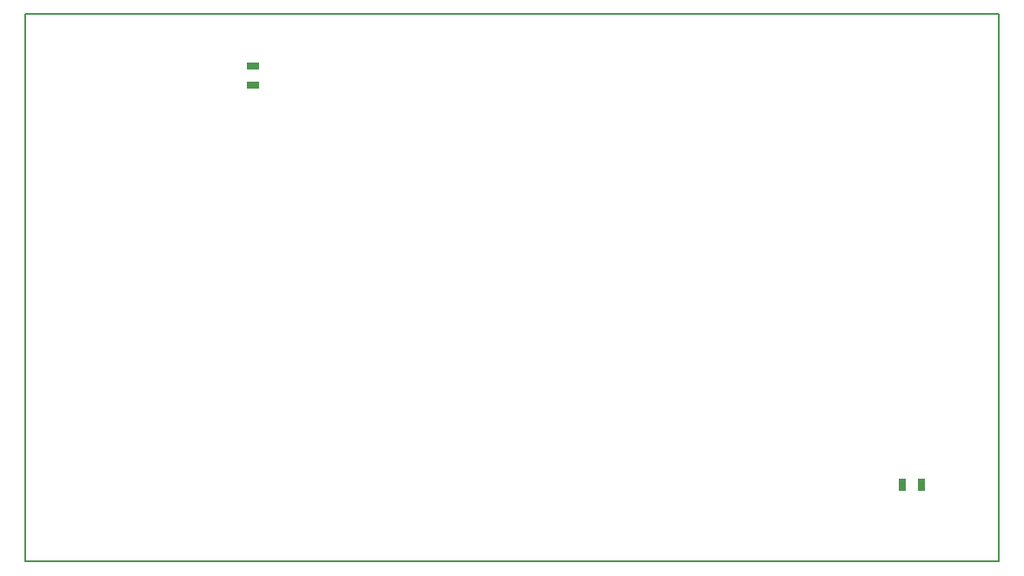
<source format=gbr>
G04 #@! TF.FileFunction,Paste,Bot*
%FSLAX46Y46*%
G04 Gerber Fmt 4.6, Leading zero omitted, Abs format (unit mm)*
G04 Created by KiCad (PCBNEW 4.0.5+dfsg1-4) date Sun Mar 19 16:59:55 2017*
%MOMM*%
%LPD*%
G01*
G04 APERTURE LIST*
%ADD10C,0.020000*%
%ADD11C,0.150000*%
%ADD12R,1.300000X0.700000*%
%ADD13R,0.700000X1.300000*%
G04 APERTURE END LIST*
D10*
D11*
X56261000Y-73660000D02*
X56261000Y-20320000D01*
X151130000Y-73660000D02*
X56261000Y-73660000D01*
X151130000Y-20320000D02*
X151130000Y-73660000D01*
X56261000Y-20320000D02*
X151130000Y-20320000D01*
D12*
X78486000Y-27239000D03*
X78486000Y-25339000D03*
D13*
X141671000Y-66167000D03*
X143571000Y-66167000D03*
M02*

</source>
